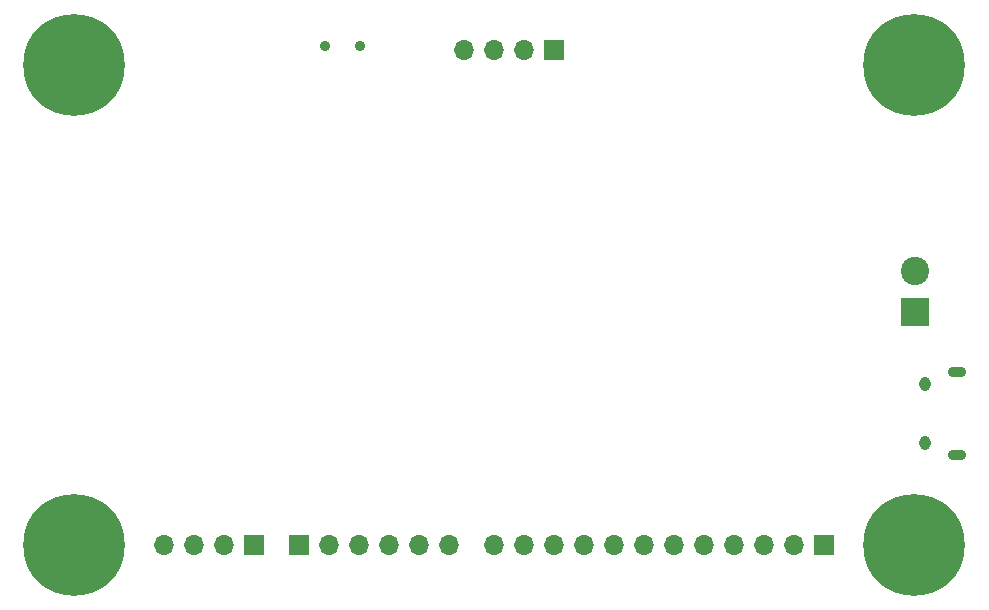
<source format=gbr>
%TF.GenerationSoftware,KiCad,Pcbnew,(6.0.6)*%
%TF.CreationDate,2023-08-27T23:28:48-04:00*%
%TF.ProjectId,STM32,53544d33-322e-46b6-9963-61645f706362,rev?*%
%TF.SameCoordinates,Original*%
%TF.FileFunction,Soldermask,Bot*%
%TF.FilePolarity,Negative*%
%FSLAX46Y46*%
G04 Gerber Fmt 4.6, Leading zero omitted, Abs format (unit mm)*
G04 Created by KiCad (PCBNEW (6.0.6)) date 2023-08-27 23:28:48*
%MOMM*%
%LPD*%
G01*
G04 APERTURE LIST*
%ADD10R,1.700000X1.700000*%
%ADD11O,1.700000X1.700000*%
%ADD12C,0.900000*%
%ADD13R,2.400000X2.400000*%
%ADD14C,2.400000*%
%ADD15C,8.600000*%
%ADD16O,0.950000X1.250000*%
%ADD17O,1.550000X0.890000*%
G04 APERTURE END LIST*
D10*
%TO.C,J6*%
X104130000Y-74930000D03*
D11*
X101590000Y-74930000D03*
X99050000Y-74930000D03*
X96510000Y-74930000D03*
%TD*%
D12*
%TO.C,SW1*%
X87711308Y-74600000D03*
X84711308Y-74600000D03*
%TD*%
D13*
%TO.C,J1*%
X134648944Y-97166594D03*
D14*
X134648944Y-93666594D03*
%TD*%
D10*
%TO.C,J5*%
X82550000Y-116840000D03*
D11*
X85090000Y-116840000D03*
X87630000Y-116840000D03*
X90170000Y-116840000D03*
X92710000Y-116840000D03*
X95250000Y-116840000D03*
%TD*%
D10*
%TO.C,J2*%
X127000000Y-116840000D03*
D11*
X124460000Y-116840000D03*
X121920000Y-116840000D03*
X119380000Y-116840000D03*
X116840000Y-116840000D03*
X114300000Y-116840000D03*
X111760000Y-116840000D03*
X109220000Y-116840000D03*
X106680000Y-116840000D03*
X104140000Y-116840000D03*
X101600000Y-116840000D03*
X99060000Y-116840000D03*
%TD*%
D12*
%TO.C,H2*%
X65780419Y-78480419D03*
X61219581Y-73919581D03*
X66725000Y-76200000D03*
X63500000Y-72975000D03*
X65780419Y-73919581D03*
X61219581Y-78480419D03*
D15*
X63500000Y-76200000D03*
D12*
X60275000Y-76200000D03*
X63500000Y-79425000D03*
%TD*%
D15*
%TO.C,H4*%
X134620000Y-116840000D03*
D12*
X136900419Y-114559581D03*
X136900419Y-119120419D03*
X134620000Y-113615000D03*
X132339581Y-119120419D03*
X131395000Y-116840000D03*
X132339581Y-114559581D03*
X134620000Y-120065000D03*
X137845000Y-116840000D03*
%TD*%
%TO.C,H1*%
X61219581Y-119120419D03*
X63500000Y-120065000D03*
X61219581Y-114559581D03*
X65780419Y-114559581D03*
D15*
X63500000Y-116840000D03*
D12*
X63500000Y-113615000D03*
X60275000Y-116840000D03*
X65780419Y-119120419D03*
X66725000Y-116840000D03*
%TD*%
D10*
%TO.C,J7*%
X78740000Y-116840000D03*
D11*
X76200000Y-116840000D03*
X73660000Y-116840000D03*
X71120000Y-116840000D03*
%TD*%
D12*
%TO.C,H3*%
X131395000Y-76200000D03*
X136900419Y-73919581D03*
X132339581Y-78480419D03*
X132339581Y-73919581D03*
X137845000Y-76200000D03*
X136900419Y-78480419D03*
X134620000Y-79425000D03*
D15*
X134620000Y-76200000D03*
D12*
X134620000Y-72975000D03*
%TD*%
D16*
%TO.C,J3*%
X135514065Y-108250371D03*
X135514065Y-103250371D03*
D17*
X138214065Y-109250371D03*
X138214065Y-102250371D03*
%TD*%
M02*

</source>
